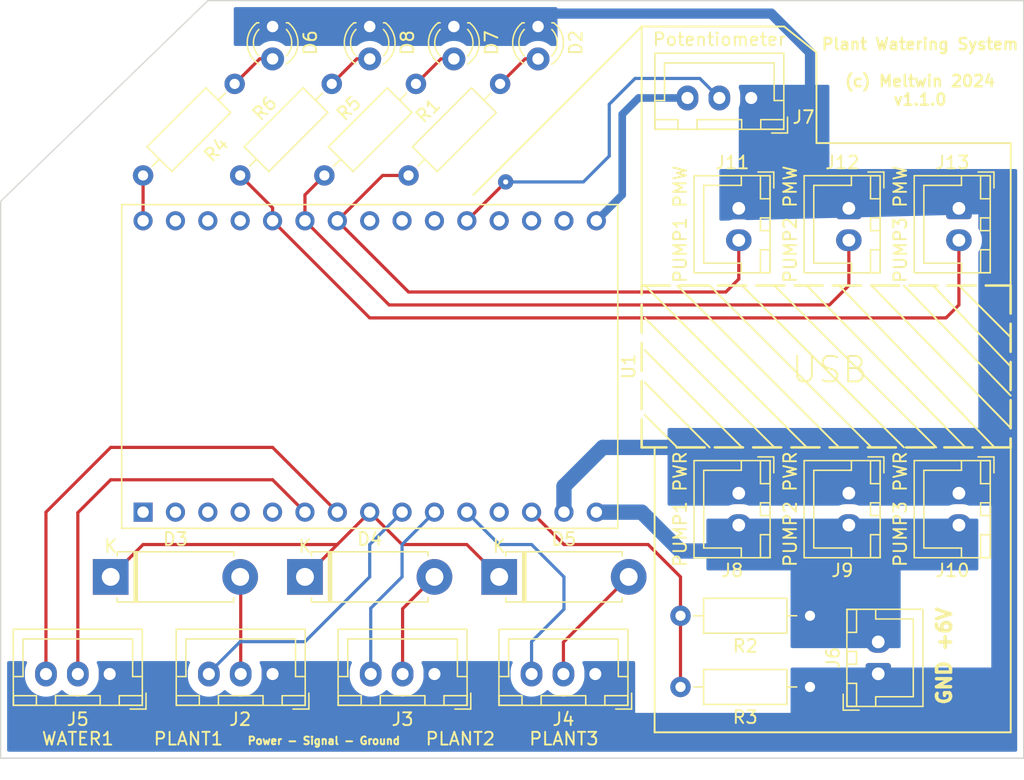
<source format=kicad_pcb>
(kicad_pcb (version 20240108) (generator "pcbnew") (generator_version "8.0")
  (layers (0 "F.Cu" signal) (31 "B.Cu" signal) (34 "B.Paste" user) (35 "F.Paste" user) (36 "B.SilkS" user "B.Silkscreen") (37 "F.SilkS" user "F.Silkscreen") (38 "B.Mask" user) (39 "F.Mask" user) (44 "Edge.Cuts" user))
  (net 0 "")
  (net 1 "Net-(D2-A)")
  (net 2 "GND")
  (net 3 "/PLANT1_SIG")
  (net 4 "Net-(D3-K)")
  (net 5 "/PLANT2_SIG")
  (net 6 "/PLANT3_SIG")
  (net 7 "Net-(D6-A)")
  (net 8 "/PLANT1_ENB")
  (net 9 "/PLANT2_ENB")
  (net 10 "/PLANT3_ENB")
  (net 11 "/WATER_LEVEL_SIG")
  (net 12 "/WATER_LEVEL_ENB")
  (net 13 "+6V")
  (net 14 "/MANUAL_PWM")
  (net 15 "+3V3")
  (net 16 "/PUMP1_PWM")
  (net 17 "/BAT_LVL_3V")
  (net 18 "/STATUS")
  (net 32 "Net-(D7-A)")
  (net 33 "Net-(D8-A)")
  (net 34 "/PUMP2_PWM")
  (net 35 "/PUMP3_PWM")
  (footprint "LED_THT:LED_D3.0mm" (layer "F.Cu") (at 35.56 15.24 -90)
    (property "Reference" "D6" (at 1.27 -2.96 90) (layer "F.SilkS"))
    (property "Value" "LED")
    (pad "1" thru_hole rect (at 0 0 270) (size 1.8 1.8) (drill 0.9) (layers "*.Cu" "*.Mask") (net 2 "GND"))
    (pad "2" thru_hole circle (at 2.54 0 270) (size 1.8 1.8) (drill 0.9) (layers "*.Cu" "*.Mask") (net 7 "Net-(D6-A)"))
  )
  (footprint "Resistor_THT:R_Axial_DIN0207_L6.3mm_D2.5mm_P10.16mm_Horizontal" (layer "F.Cu") (at 77.724 61.468 180)
    (property "Reference" "R2" (at 5.08 -2.37 0) (layer "F.SilkS"))
    (property "Value" "R_Battery")
    (pad "1" thru_hole circle (at 0 0 180) (size 1.6 1.6) (drill 0.8) (layers "*.Cu" "*.Mask") (net 13 "+6V"))
    (pad "2" thru_hole oval (at 10.16 0 180) (size 1.6 1.6) (drill 0.8) (layers "*.Cu" "*.Mask") (net 17 "/BAT_LVL_3V"))
  )
  (footprint "Resistor_THT:R_Axial_DIN0207_L6.3mm_D2.5mm_P10.16mm_Horizontal" (layer "F.Cu") (at 39.624 26.924 45)
    (property "Reference" "R5" (at 5.08 -2.370001 45) (layer "F.SilkS"))
    (property "Value" "220Ω")
    (pad "1" thru_hole circle (at 0 0 45) (size 1.6 1.6) (drill 0.8) (layers "*.Cu" "*.Mask") (net 34 "/PUMP2_PWM"))
    (pad "2" thru_hole oval (at 10.16 0 45) (size 1.6 1.6) (drill 0.8) (layers "*.Cu" "*.Mask") (net 32 "Net-(D7-A)"))
  )
  (footprint "Meltwin:ESP32-C3-DevKitM-1" (layer "F.Cu") (at 25.4 53.34 90)
    (property "Reference" "U1" (at 11.43 38.1 90) (layer "F.SilkS"))
    (property "Value" "ESP32-WROOM-32")
    (pad "3V3" thru_hole circle (at 22.86 35.56 90) (size 1.5 1.5) (drill 0.9) (layers "*.Cu" "*.Mask") (net 15 "+3V3"))
    (pad "D2" thru_hole circle (at 22.86 27.94 90) (size 1.5 1.5) (drill 0.9) (layers "*.Cu" "*.Mask"))
    (pad "D4" thru_hole circle (at 22.86 25.4 90) (size 1.5 1.5) (drill 0.9) (layers "*.Cu" "*.Mask") (net 14 "/MANUAL_PWM"))
    (pad "D5" thru_hole circle (at 22.86 17.78 90) (size 1.5 1.5) (drill 0.9) (layers "*.Cu" "*.Mask"))
    (pad "D12" thru_hole circle (at 0 27.94 90) (size 1.5 1.5) (drill 0.9) (layers "*.Cu" "*.Mask"))
    (pad "D13" thru_hole circle (at 0 30.48 90) (size 1.5 1.5) (drill 0.9) (layers "*.Cu" "*.Mask") (net 17 "/BAT_LVL_3V"))
    (pad "D14" thru_hole circle (at 0 25.4 90) (size 1.5 1.5) (drill 0.9) (layers "*.Cu" "*.Mask") (net 10 "/PLANT3_ENB"))
    (pad "D15" thru_hole circle (at 22.86 30.48 90) (size 1.5 1.5) (drill 0.9) (layers "*.Cu" "*.Mask"))
    (pad "D18" thru_hole circle (at 22.86 15.24 90) (size 1.5 1.5) (drill 0.9) (layers "*.Cu" "*.Mask") (net 16 "/PUMP1_PWM"))
    (pad "D19" thru_hole circle (at 22.86 12.7 90) (size 1.5 1.5) (drill 0.9) (layers "*.Cu" "*.Mask") (net 34 "/PUMP2_PWM"))
    (pad "D21" thru_hole circle (at 22.86 10.16 90) (size 1.5 1.5) (drill 0.9) (layers "*.Cu" "*.Mask") (net 35 "/PUMP3_PWM"))
    (pad "D22" thru_hole circle (at 22.86 2.54 90) (size 1.5 1.5) (drill 0.9) (layers "*.Cu" "*.Mask"))
    (pad "D23" thru_hole circle (at 22.86 0 90) (size 1.5 1.5) (drill 0.9) (layers "*.Cu" "*.Mask") (net 18 "/STATUS"))
    (pad "D25" thru_hole circle (at 0 17.78 90) (size 1.5 1.5) (drill 0.9) (layers "*.Cu" "*.Mask") (net 4 "Net-(D3-K)"))
    (pad "D26" thru_hole circle (at 0 20.32 90) (size 1.5 1.5) (drill 0.9) (layers "*.Cu" "*.Mask") (net 8 "/PLANT1_ENB"))
    (pad "D27" thru_hole circle (at 0 22.86 90) (size 1.5 1.5) (drill 0.9) (layers "*.Cu" "*.Mask") (net 9 "/PLANT2_ENB"))
    (pad "D32" thru_hole circle (at 0 12.7 90) (size 1.5 1.5) (drill 0.9) (layers "*.Cu" "*.Mask") (net 11 "/WATER_LEVEL_SIG"))
    (pad "D33" thru_hole circle (at 0 15.24 90) (size 1.5 1.5) (drill 0.9) (layers "*.Cu" "*.Mask") (net 12 "/WATER_LEVEL_ENB"))
    (pad "D34" thru_hole circle (at 0 7.62 90) (size 1.5 1.5) (drill 0.9) (layers "*.Cu" "*.Mask"))
    (pad "D35" thru_hole circle (at 0 10.16 90) (size 1.5 1.5) (drill 0.9) (layers "*.Cu" "*.Mask"))
    (pad "EN" thru_hole rect (at 0 0 90) (size 1.5 1.5) (drill 0.9) (layers "*.Cu" "*.Mask"))
    (pad "GND" thru_hole circle (at 0 33.02 90) (size 1.5 1.5) (drill 0.9) (layers "*.Cu" "*.Mask") (net 2 "GND"))
    (pad "GND2" thru_hole circle (at 22.86 33.02 90) (size 1.5 1.5) (drill 0.9) (layers "*.Cu" "*.Mask"))
    (pad "RX0" thru_hole circle (at 22.86 7.62 90) (size 1.5 1.5) (drill 0.9) (layers "*.Cu" "*.Mask"))
    (pad "RX2" thru_hole circle (at 22.86 22.86 90) (size 1.5 1.5) (drill 0.9) (layers "*.Cu" "*.Mask"))
    (pad "TX0" thru_hole circle (at 22.86 5.08 90) (size 1.5 1.5) (drill 0.9) (layers "*.Cu" "*.Mask"))
    (pad "TX2" thru_hole circle (at 22.86 20.32 90) (size 1.5 1.5) (drill 0.9) (layers "*.Cu" "*.Mask"))
    (pad "VIN" thru_hole circle (at 0 35.56 90) (size 1.5 1.5) (drill 0.9) (layers "*.Cu" "*.Mask") (net 13 "+6V"))
    (pad "VN" thru_hole circle (at 0 5.08 90) (size 1.5 1.5) (drill 0.9) (layers "*.Cu" "*.Mask"))
    (pad "VP" thru_hole circle (at 0 2.54 90) (size 1.5 1.5) (drill 0.9) (layers "*.Cu" "*.Mask"))
  )
  (footprint "Resistor_THT:R_Axial_DIN0207_L6.3mm_D2.5mm_P10.16mm_Horizontal" (layer "F.Cu") (at 25.4 26.924 45)
    (property "Reference" "R4" (at 5.491967 2.623622 45) (layer "F.SilkS"))
    (property "Value" "220Ω")
    (pad "1" thru_hole circle (at 0 0 45) (size 1.6 1.6) (drill 0.8) (layers "*.Cu" "*.Mask") (net 18 "/STATUS"))
    (pad "2" thru_hole oval (at 10.16 0 45) (size 1.6 1.6) (drill 0.8) (layers "*.Cu" "*.Mask") (net 7 "Net-(D6-A)"))
  )
  (footprint "Resistor_THT:R_Axial_DIN0207_L6.3mm_D2.5mm_P10.16mm_Horizontal" (layer "F.Cu") (at 33.02 26.924 45)
    (property "Reference" "R6" (at 5.08 -2.370001 45) (layer "F.SilkS"))
    (property "Value" "220Ω")
    (pad "1" thru_hole circle (at 0 0 45) (size 1.6 1.6) (drill 0.8) (layers "*.Cu" "*.Mask") (net 35 "/PUMP3_PWM"))
    (pad "2" thru_hole oval (at 10.16 0 45) (size 1.6 1.6) (drill 0.8) (layers "*.Cu" "*.Mask") (net 33 "Net-(D8-A)"))
  )
  (footprint "Connector_JST:JST_XH_B3B-XH-A_1x03_P2.50mm_Vertical" (layer "F.Cu") (at 73.112 20.845 180)
    (property "Reference" "J7" (at -4.104 -1.507 0) (layer "F.SilkS"))
    (property "Value" "Potentiometer" (at 2.5 4.6 0) (layer "F.SilkS"))
    (pad "1" thru_hole roundrect (at 0 0 180) (size 1.7 1.95) (drill 0.95) (layers "*.Cu" "*.Mask") (roundrect_rratio 0.147059) (net 2 "GND"))
    (pad "2" thru_hole oval (at 2.5 0 180) (size 1.7 1.95) (drill 0.95) (layers "*.Cu" "*.Mask") (net 14 "/MANUAL_PWM"))
    (pad "3" thru_hole oval (at 5 0 180) (size 1.7 1.95) (drill 0.95) (layers "*.Cu" "*.Mask") (net 15 "+3V3"))
  )
  (footprint "Resistor_THT:R_Axial_DIN0207_L6.3mm_D2.5mm_P10.16mm_Horizontal" (layer "F.Cu") (at 77.724 67.056 180)
    (property "Reference" "R3" (at 5.08 -2.37 0) (layer "F.SilkS"))
    (property "Value" "R_battery")
    (pad "1" thru_hole circle (at 0 0 180) (size 1.6 1.6) (drill 0.8) (layers "*.Cu" "*.Mask") (net 2 "GND"))
    (pad "2" thru_hole oval (at 10.16 0 180) (size 1.6 1.6) (drill 0.8) (layers "*.Cu" "*.Mask") (net 17 "/BAT_LVL_3V"))
  )
  (footprint "Connector_JST:JST_XH_B3B-XH-A_1x03_P2.50mm_Vertical" (layer "F.Cu") (at 22.78 66.04 180)
    (property "Reference" "J5" (at 2.5 -3.55 0) (layer "F.SilkS"))
    (property "Value" "WATER1" (at 2.5 -5.08 0) (layer "F.SilkS"))
    (pad "1" thru_hole roundrect (at 0 0 180) (size 1.7 1.95) (drill 0.95) (layers "*.Cu" "*.Mask") (roundrect_rratio 0.147059) (net 2 "GND"))
    (pad "2" thru_hole oval (at 2.5 0 180) (size 1.7 1.95) (drill 0.95) (layers "*.Cu" "*.Mask") (net 11 "/WATER_LEVEL_SIG"))
    (pad "3" thru_hole oval (at 5 0 180) (size 1.7 1.95) (drill 0.95) (layers "*.Cu" "*.Mask") (net 12 "/WATER_LEVEL_ENB"))
  )
  (footprint "Connector_JST:JST_XH_B2B-XH-A_1x02_P2.50mm_Vertical" (layer "F.Cu") (at 80.772 51.856 -90)
    (property "Reference" "J9" (at 6.056 0.508 180) (layer "F.SilkS"))
    (property "Value" "PUMP2 PWR" (at 1.25 4.6 90) (layer "F.SilkS"))
    (pad "1" thru_hole roundrect (at 0 0 270) (size 1.7 2) (drill 1) (layers "*.Cu" "*.Mask") (roundrect_rratio 0.147059) (net 2 "GND"))
    (pad "2" thru_hole oval (at 2.5 0 270) (size 1.7 2) (drill 1) (layers "*.Cu" "*.Mask") (net 13 "+6V"))
  )
  (footprint "Connector_JST:JST_XH_B2B-XH-A_1x02_P2.50mm_Vertical" (layer "F.Cu") (at 89.408 51.856 -90)
    (property "Reference" "J10" (at 6.056 0.508 180) (layer "F.SilkS"))
    (property "Value" "PUMP3 PWR" (at 1.25 4.6 90) (layer "F.SilkS"))
    (pad "1" thru_hole roundrect (at 0 0 270) (size 1.7 2) (drill 1) (layers "*.Cu" "*.Mask") (roundrect_rratio 0.147059) (net 2 "GND"))
    (pad "2" thru_hole oval (at 2.5 0 270) (size 1.7 2) (drill 1) (layers "*.Cu" "*.Mask") (net 13 "+6V"))
  )
  (footprint "Diode_THT:D_5W_P10.16mm_Horizontal" (layer "F.Cu") (at 22.86 58.42)
    (property "Reference" "D3" (at 5.08 -2.970001 0) (layer "F.SilkS"))
    (property "Value" "D")
    (fp_text user "K" (at 0 -2.4 0) (layer "F.SilkS"))
    (pad "1" thru_hole rect (at 0 0) (size 2.8 2.8) (drill 1.4) (layers "*.Cu" "*.Mask") (net 4 "Net-(D3-K)"))
    (pad "2" thru_hole oval (at 10.16 0) (size 2.8 2.8) (drill 1.4) (layers "*.Cu" "*.Mask") (net 3 "/PLANT1_SIG"))
  )
  (footprint "Connector_JST:JST_XH_B3B-XH-A_1x03_P2.50mm_Vertical" (layer "F.Cu") (at 35.56 66.04 180)
    (property "Reference" "J2" (at 2.54 -3.55 0) (layer "F.SilkS"))
    (property "Value" "PLANT1" (at 6.604 -5.08 0) (layer "F.SilkS"))
    (pad "1" thru_hole roundrect (at 0 0 180) (size 1.7 1.95) (drill 0.95) (layers "*.Cu" "*.Mask") (roundrect_rratio 0.147059) (net 2 "GND"))
    (pad "2" thru_hole oval (at 2.5 0 180) (size 1.7 1.95) (drill 0.95) (layers "*.Cu" "*.Mask") (net 3 "/PLANT1_SIG"))
    (pad "3" thru_hole oval (at 5 0 180) (size 1.7 1.95) (drill 0.95) (layers "*.Cu" "*.Mask") (net 8 "/PLANT1_ENB"))
  )
  (footprint "Connector_JST:JST_XH_B3B-XH-A_1x03_P2.50mm_Vertical" (layer "F.Cu") (at 60.88 66.04 180)
    (property "Reference" "J4" (at 2.5 -3.55 0) (layer "F.SilkS"))
    (property "Value" "PLANT3" (at 2.46 -5.08 0) (layer "F.SilkS"))
    (pad "1" thru_hole roundrect (at 0 0 180) (size 1.7 1.95) (drill 0.95) (layers "*.Cu" "*.Mask") (roundrect_rratio 0.147059) (net 2 "GND"))
    (pad "2" thru_hole oval (at 2.5 0 180) (size 1.7 1.95) (drill 0.95) (layers "*.Cu" "*.Mask") (net 6 "/PLANT3_SIG"))
    (pad "3" thru_hole oval (at 5 0 180) (size 1.7 1.95) (drill 0.95) (layers "*.Cu" "*.Mask") (net 10 "/PLANT3_ENB"))
  )
  (footprint "Connector_JST:JST_XH_B2B-XH-A_1x02_P2.50mm_Vertical" (layer "F.Cu") (at 89.408 29.504 -90)
    (property "Reference" "J13" (at -3.596 0.508 180) (layer "F.SilkS"))
    (property "Value" "PUMP3 PMW" (at 1.25 4.6 90) (layer "F.SilkS"))
    (pad "1" thru_hole roundrect (at 0 0 270) (size 1.7 2) (drill 1) (layers "*.Cu" "*.Mask") (roundrect_rratio 0.147059) (net 2 "GND"))
    (pad "2" thru_hole oval (at 2.5 0 270) (size 1.7 2) (drill 1) (layers "*.Cu" "*.Mask") (net 35 "/PUMP3_PWM"))
  )
  (footprint "LED_THT:LED_D3.0mm" (layer "F.Cu") (at 56.388 15.24 -90)
    (property "Reference" "D2" (at 1.27 -2.96 90) (layer "F.SilkS"))
    (property "Value" "LED")
    (pad "1" thru_hole rect (at 0 0 270) (size 1.8 1.8) (drill 0.9) (layers "*.Cu" "*.Mask") (net 2 "GND"))
    (pad "2" thru_hole circle (at 2.54 0 270) (size 1.8 1.8) (drill 0.9) (layers "*.Cu" "*.Mask") (net 1 "Net-(D2-A)"))
  )
  (footprint "LED_THT:LED_D3.0mm" (layer "F.Cu") (at 49.784 15.24 -90)
    (property "Reference" "D7" (at 1.27 -2.96 90) (layer "F.SilkS"))
    (property "Value" "LED")
    (pad "1" thru_hole rect (at 0 0 270) (size 1.8 1.8) (drill 0.9) (layers "*.Cu" "*.Mask") (net 2 "GND"))
    (pad "2" thru_hole circle (at 2.54 0 270) (size 1.8 1.8) (drill 0.9) (layers "*.Cu" "*.Mask") (net 32 "Net-(D7-A)"))
  )
  (footprint "Diode_THT:D_5W_P10.16mm_Horizontal" (layer "F.Cu") (at 53.34 58.42)
    (property "Reference" "D5" (at 5.08 -2.970001 0) (layer "F.SilkS"))
    (property "Value" "D")
    (fp_text user "K" (at 0 -2.4 0) (layer "F.SilkS"))
    (pad "1" thru_hole rect (at 0 0) (size 2.8 2.8) (drill 1.4) (layers "*.Cu" "*.Mask") (net 4 "Net-(D3-K)"))
    (pad "2" thru_hole oval (at 10.16 0) (size 2.8 2.8) (drill 1.4) (layers "*.Cu" "*.Mask") (net 6 "/PLANT3_SIG"))
  )
  (footprint "Connector_JST:JST_XH_B2B-XH-A_1x02_P2.50mm_Vertical" (layer "F.Cu") (at 72.136 51.856 -90)
    (property "Reference" "J8" (at 6.056 0.508 180) (layer "F.SilkS"))
    (property "Value" "PUMP1 PWR" (at 1.25 4.6 90) (layer "F.SilkS"))
    (pad "1" thru_hole roundrect (at 0 0 270) (size 1.7 2) (drill 1) (layers "*.Cu" "*.Mask") (roundrect_rratio 0.147059) (net 2 "GND"))
    (pad "2" thru_hole oval (at 2.5 0 270) (size 1.7 2) (drill 1) (layers "*.Cu" "*.Mask") (net 13 "+6V"))
  )
  (footprint "Connector_JST:JST_XH_B2B-XH-A_1x02_P2.50mm_Vertical" (layer "F.Cu") (at 83.078 66.023 90)
    (property "Reference" "J6" (at 1.25 -3.55 90) (layer "F.SilkS"))
    (property "Value" "4xLR6 1.5V Battery Pack")
    (pad "1" thru_hole roundrect (at 0 0 90) (size 1.7 2) (drill 1) (layers "*.Cu" "*.Mask") (roundrect_rratio 0.147059) (net 2 "GND"))
    (pad "2" thru_hole oval (at 2.5 0 90) (size 1.7 2) (drill 1) (layers "*.Cu" "*.Mask") (net 13 "+6V"))
  )
  (footprint "Diode_THT:D_5W_P10.16mm_Horizontal" (layer "F.Cu") (at 38.1 58.42)
    (property "Reference" "D4" (at 5.08 -2.970001 0) (layer "F.SilkS"))
    (property "Value" "D")
    (fp_text user "K" (at 0 -2.4 0) (layer "F.SilkS"))
    (pad "1" thru_hole rect (at 0 0) (size 2.8 2.8) (drill 1.4) (layers "*.Cu" "*.Mask") (net 4 "Net-(D3-K)"))
    (pad "2" thru_hole oval (at 10.16 0) (size 2.8 2.8) (drill 1.4) (layers "*.Cu" "*.Mask") (net 5 "/PLANT2_SIG"))
  )
  (footprint "Connector_JST:JST_XH_B2B-XH-A_1x02_P2.50mm_Vertical" (layer "F.Cu") (at 72.136 29.504 -90)
    (property "Reference" "J11" (at -3.596 0.508 180) (layer "F.SilkS"))
    (property "Value" "PUMP1 PMW" (at 1.25 4.6 90) (layer "F.SilkS"))
    (pad "1" thru_hole roundrect (at 0 0 270) (size 1.7 2) (drill 1) (layers "*.Cu" "*.Mask") (roundrect_rratio 0.147059) (net 2 "GND"))
    (pad "2" thru_hole oval (at 2.5 0 270) (size 1.7 2) (drill 1) (layers "*.Cu" "*.Mask") (net 16 "/PUMP1_PWM"))
  )
  (footprint "Connector_JST:JST_XH_B3B-XH-A_1x03_P2.50mm_Vertical" (layer "F.Cu") (at 48.26 66.04 180)
    (property "Reference" "J3" (at 2.5 -3.55 0) (layer "F.SilkS"))
    (property "Value" "PLANT2" (at -2.032 -5.08 0) (layer "F.SilkS"))
    (pad "1" thru_hole roundrect (at 0 0 180) (size 1.7 1.95) (drill 0.95) (layers "*.Cu" "*.Mask") (roundrect_rratio 0.147059) (net 2 "GND"))
    (pad "2" thru_hole oval (at 2.5 0 180) (size 1.7 1.95) (drill 0.95) (layers "*.Cu" "*.Mask") (net 5 "/PLANT2_SIG"))
    (pad "3" thru_hole oval (at 5 0 180) (size 1.7 1.95) (drill 0.95) (layers "*.Cu" "*.Mask") (net 9 "/PLANT2_ENB"))
  )
  (footprint "LED_THT:LED_D3.0mm" (layer "F.Cu") (at 43.18 15.24 -90)
    (property "Reference" "D8" (at 1.27 -2.96 90) (layer "F.SilkS"))
    (property "Value" "LED")
    (pad "1" thru_hole rect (at 0 0 270) (size 1.8 1.8) (drill 0.9) (layers "*.Cu" "*.Mask") (net 2 "GND"))
    (pad "2" thru_hole circle (at 2.54 0 270) (size 1.8 1.8) (drill 0.9) (layers "*.Cu" "*.Mask") (net 33 "Net-(D8-A)"))
  )
  (footprint "Connector_JST:JST_XH_B2B-XH-A_1x02_P2.50mm_Vertical" (layer "F.Cu") (at 80.772 29.504 -90)
    (property "Reference" "J12" (at -3.596 0.508 180) (layer "F.SilkS"))
    (property "Value" "PUMP2 PMW" (at 1.25 4.6 90) (layer "F.SilkS"))
    (pad "1" thru_hole roundrect (at 0 0 270) (size 1.7 2) (drill 1) (layers "*.Cu" "*.Mask") (roundrect_rratio 0.147059) (net 2 "GND"))
    (pad "2" thru_hole oval (at 2.5 0 270) (size 1.7 2) (drill 1) (layers "*.Cu" "*.Mask") (net 34 "/PUMP2_PWM"))
  )
  (footprint "Resistor_THT:R_Axial_DIN0207_L6.3mm_D2.5mm_P10.16mm_Horizontal" (layer "F.Cu") (at 46.228 26.924 45)
    (property "Reference" "R1" (at 4.669733 -2.514472 45) (layer "F.SilkS"))
    (property "Value" "220Ω")
    (pad "1" thru_hole circle (at 0 0 45) (size 1.6 1.6) (drill 0.8) (layers "*.Cu" "*.Mask") (net 16 "/PUMP1_PWM"))
    (pad "2" thru_hole oval (at 10.16 0 45) (size 1.6 1.6) (drill 0.8) (layers "*.Cu" "*.Mask") (net 1 "Net-(D2-A)"))
  )
  (gr_line (start 89.408 35.56) (end 93.472 39.624) (stroke (width 0.15)) (layer "F.SilkS"))
  (gr_line (start 75.692 15.24) (end 64.516 15.24) (stroke (width 0.15)) (layer "F.SilkS"))
  (gr_line (start 64.77 40.64) (end 72.39 48.26) (stroke (width 0.15)) (layer "F.SilkS"))
  (gr_line (start 65.532 70.612) (end 65.532 48.26) (stroke (width 0.15)) (layer "F.SilkS"))
  (gr_line (start 78.232 24.384) (end 78.232 17.272) (stroke (width 0.15)) (layer "F.SilkS"))
  (gr_line (start 64.77 38.1) (end 74.93 48.26) (stroke (width 0.15)) (layer "F.SilkS"))
  (gr_line (start 80.01 35.56) (end 92.202 48.26) (stroke (width 0.15)) (layer "F.SilkS"))
  (gr_line (start 78.232 17.272) (end 75.692 15.24) (stroke (width 0.15)) (layer "F.SilkS"))
  (gr_rect (start 64.516 35.56) (end 93.464205 48.26) (stroke (width 0.2) (type dash)) (fill none) (layer "F.SilkS"))
  (gr_line (start 72.39 35.56) (end 85.09 48.26) (stroke (width 0.15)) (layer "F.SilkS"))
  (gr_line (start 87.376 35.56) (end 93.464205 41.91) (stroke (width 0.15)) (layer "F.SilkS"))
  (gr_line (start 93.464205 35.56) (end 93.472 24.384) (stroke (width 0.15)) (layer "F.SilkS"))
  (gr_line (start 64.77 43.18) (end 69.85 48.26) (stroke (width 0.15)) (layer "F.SilkS"))
  (gr_line (start 64.77 45.72) (end 67.31 48.26) (stroke (width 0.15)) (layer "F.SilkS"))
  (gr_line (start 64.77 35.56) (end 77.47 48.26) (stroke (width 0.15)) (layer "F.SilkS"))
  (gr_line (start 77.47 35.56) (end 89.916 48.26) (stroke (width 0.15)) (layer "F.SilkS"))
  (gr_line (start 93.472 24.384) (end 78.232 24.384) (stroke (width 0.15)) (layer "F.SilkS"))
  (gr_line (start 82.55 35.56) (end 93.472 46.736) (stroke (width 0.15)) (layer "F.SilkS"))
  (gr_line (start 64.516 15.24) (end 64.516 35.56) (stroke (width 0.15)) (layer "F.SilkS"))
  (gr_line (start 51.308 28.448) (end 64.516 15.24) (stroke (width 0.15)) (layer "F.SilkS"))
  (gr_line (start 85.09 35.56) (end 93.472 44.196) (stroke (width 0.15)) (layer "F.SilkS"))
  (gr_line (start 69.85 35.56) (end 82.55 48.26) (stroke (width 0.15)) (layer "F.SilkS"))
  (gr_line (start 93.472 70.612) (end 93.472 48.26) (stroke (width 0.15)) (layer "F.SilkS"))
  (gr_line (start 67.31 35.56) (end 80.01 48.26) (stroke (width 0.15)) (layer "F.SilkS"))
  (gr_line (start 74.93 35.56) (end 87.63 48.26) (stroke (width 0.15)) (layer "F.SilkS"))
  (gr_line (start 65.532 70.612) (end 93.472 70.612) (stroke (width 0.15)) (layer "F.SilkS"))
  (gr_line (start 94.488 13.208) (end 94.488 72.644) (stroke (width 0.1)) (layer "Edge.Cuts"))
  (gr_line (start 14.224 72.644) (end 14.224 28.956) (stroke (width 0.1)) (layer "Edge.Cuts"))
  (gr_line (start 30.48 13.208) (end 94.488 13.208) (stroke (width 0.1)) (layer "Edge.Cuts"))
  (gr_line (start 94.488 72.644) (end 14.224 72.644) (stroke (width 0.1)) (layer "Edge.Cuts"))
  (gr_line (start 14.224 28.956) (end 30.48 13.208) (stroke (width 0.1)) (layer "Edge.Cuts"))
  (gr_text "Power - Signal - Ground" (at 33.528 71.628 0) (layer "F.SilkS") (effects (font (size 0.6 0.6) (thickness 0.15) (bold yes)) (justify left bottom)))
  (gr_text "USB" (at 79.248 42.164 0) (layer "F.SilkS") (effects (font (size 2 2))))
  (gr_text "GND +6V" (at 88.9 68.58 90) (layer "F.SilkS") (effects (font (size 1.1 1.1) (thickness 0.275) (bold yes)) (justify left bottom)))
  (gr_text "Plant Watering System\n\n(c) Meltwin 2024\nv1.1.0" (at 86.36 18.796 0) (layer "F.SilkS") (effects (font (size 0.9 0.9) (thickness 0.1875) (bold yes))))
  (segment (start 53.412205 19.739795) (end 55.372 17.78) (width 0.25) (layer "F.Cu") (net 1))
  (segment (start 55.372 17.78) (end 56.388 17.78) (width 0.25) (layer "F.Cu") (net 1))
  (segment (start 61.468 48.26) (end 67.564 48.26) (width 1.2) (layer "B.Cu") (net 2))
  (segment (start 77.724 17.272) (end 77.724 20.828) (width 0.8) (layer "B.Cu") (net 2))
  (segment (start 58.42 51.308) (end 61.468 48.26) (width 1.2) (layer "B.Cu") (net 2))
  (segment (start 74.676 14.224) (end 77.724 17.272) (width 0.8) (layer "B.Cu") (net 2))
  (segment (start 35.6 66.12) (end 35.6 66.95159) (width 0.25) (layer "B.Cu") (net 2))
  (segment (start 58.42 53.34) (end 58.42 51.308) (width 1.2) (layer "B.Cu") (net 2))
  (segment (start 56.896 14.224) (end 74.676 14.224) (width 0.8) (layer "B.Cu") (net 2))
  (segment (start 33.06 66.04) (end 33.06 58.46) (width 0.25) (layer "F.Cu") (net 3))
  (segment (start 33.06 58.46) (end 33.02 58.42) (width 0.25) (layer "F.Cu") (net 3))
  (segment (start 25.4 55.88) (end 40.64 55.88) (width 0.25) (layer "F.Cu") (net 4))
  (segment (start 43.18 53.34) (end 45.72 55.88) (width 0.25) (layer "F.Cu") (net 4))
  (segment (start 40.64 55.88) (end 43.18 53.34) (width 0.25) (layer "F.Cu") (net 4))
  (segment (start 38.1 58.42) (end 40.64 55.88) (width 0.25) (layer "F.Cu") (net 4))
  (segment (start 50.8 55.88) (end 53.34 58.42) (width 0.25) (layer "F.Cu") (net 4))
  (segment (start 22.86 58.42) (end 25.4 55.88) (width 0.25) (layer "F.Cu") (net 4))
  (segment (start 45.72 55.88) (end 50.8 55.88) (width 0.25) (layer "F.Cu") (net 4))
  (segment (start 45.76 60.92) (end 48.26 58.42) (width 0.25) (layer "F.Cu") (net 5))
  (segment (start 45.76 66.04) (end 45.76 60.92) (width 0.25) (layer "F.Cu") (net 5))
  (segment (start 58.38 66.04) (end 58.38 63.54) (width 0.25) (layer "F.Cu") (net 6))
  (segment (start 58.38 63.54) (end 63.5 58.42) (width 0.25) (layer "F.Cu") (net 6))
  (segment (start 34.544 17.78) (end 35.56 17.78) (width 0.25) (layer "F.Cu") (net 7))
  (segment (start 32.584205 19.739795) (end 34.544 17.78) (width 0.25) (layer "F.Cu") (net 7))
  (segment (start 30.56 65.96) (end 30.56 66.04) (width 0.25) (layer "F.Cu") (net 8))
  (segment (start 30.56 65.96) (end 30.56 66.04) (width 0.25) (layer "B.Cu") (net 8))
  (segment (start 45.72 53.34) (end 43.18 55.88) (width 0.25) (layer "B.Cu") (net 8))
  (segment (start 43.18 58.42) (end 38.1 63.5) (width 0.25) (layer "B.Cu") (net 8))
  (segment (start 33.02 63.5) (end 30.56 65.96) (width 0.25) (layer "B.Cu") (net 8))
  (segment (start 43.18 55.88) (end 43.18 58.42) (width 0.25) (layer "B.Cu") (net 8))
  (segment (start 38.1 63.5) (end 33.02 63.5) (width 0.25) (layer "B.Cu") (net 8))
  (segment (start 45.72 55.88) (end 45.72 58.42) (width 0.25) (layer "B.Cu") (net 9))
  (segment (start 43.26 60.88) (end 43.26 66.04) (width 0.25) (layer "B.Cu") (net 9))
  (segment (start 48.26 53.34) (end 45.72 55.88) (width 0.25) (layer "B.Cu") (net 9))
  (segment (start 45.72 58.42) (end 43.26 60.88) (width 0.25) (layer "B.Cu") (net 9))
  (segment (start 50.8 53.34) (end 53.34 55.88) (width 0.25) (layer "B.Cu") (net 10))
  (segment (start 58.42 60.96) (end 55.88 63.5) (width 0.25) (layer "B.Cu") (net 10))
  (segment (start 55.88 55.88) (end 58.42 58.42) (width 0.25) (layer "B.Cu") (net 10))
  (segment (start 58.42 58.42) (end 58.42 60.96) (width 0.25) (layer "B.Cu") (net 10))
  (segment (start 55.88 63.5) (end 55.88 66.04) (width 0.25) (layer "B.Cu") (net 10))
  (segment (start 53.34 55.88) (end 55.88 55.88) (width 0.25) (layer "B.Cu") (net 10))
  (segment (start 35.56 50.8) (end 22.86 50.8) (width 0.25) (layer "F.Cu") (net 11))
  (segment (start 22.86 50.8) (end 20.28 53.38) (width 0.25) (layer "F.Cu") (net 11))
  (segment (start 38.1 53.34) (end 35.56 50.8) (width 0.25) (layer "F.Cu") (net 11))
  (segment (start 20.28 53.38) (end 20.28 66.04) (width 0.25) (layer "F.Cu") (net 11))
  (segment (start 40.64 53.34) (end 35.56 48.26) (width 0.25) (layer "F.Cu") (net 12))
  (segment (start 22.86 48.26) (end 17.78 53.34) (width 0.25) (layer "F.Cu") (net 12))
  (segment (start 17.78 53.34) (end 17.78 66.04) (width 0.25) (layer "F.Cu") (net 12))
  (segment (start 35.56 48.26) (end 22.86 48.26) (width 0.25) (layer "F.Cu") (net 12))
  (segment (start 67.564 56.388) (end 70.612 56.388) (width 1.2) (layer "B.Cu") (net 13))
  (segment (start 60.96 53.34) (end 64.516 53.34) (width 1.2) (layer "B.Cu") (net 13))
  (segment (start 64.516 53.34) (end 67.564 56.388) (width 1.2) (layer "B.Cu") (net 13))
  (segment (start 53.848 27.432) (end 50.8 30.48) (width 0.25) (layer "F.Cu") (net 14))
  (via (at 53.848 27.432) (size 1.2) (drill 0.4) (layers "F.Cu" "B.Cu") (net 14))
  (segment (start 69.080351 19.313351) (end 70.612 20.845) (width 0.25) (layer "B.Cu") (net 14))
  (segment (start 61.976 25.4) (end 61.976 21.336) (width 0.25) (layer "B.Cu") (net 14))
  (segment (start 53.848 27.432) (end 59.944 27.432) (width 0.25) (layer "B.Cu") (net 14))
  (segment (start 59.944 27.432) (end 61.976 25.4) (width 0.25) (layer "B.Cu") (net 14))
  (segment (start 61.976 21.336) (end 63.998649 19.313351) (width 0.25) (layer "B.Cu") (net 14))
  (segment (start 63.998649 19.313351) (end 69.080351 19.313351) (width 0.25) (layer "B.Cu") (net 14))
  (segment (start 68.112 20.845) (end 64.2735 20.845) (width 0.6) (layer "B.Cu") (net 15))
  (segment (start 64.2735 20.845) (end 62.992 22.1265) (width 0.6) (layer "B.Cu") (net 15))
  (segment (start 62.992 22.1265) (end 62.992 28.448) (width 0.6) (layer "B.Cu") (net 15))
  (segment (start 62.992 28.448) (end 60.96 30.48) (width 0.6) (layer "B.Cu") (net 15))
  (segment (start 40.64 30.48) (end 46.228 36.068) (width 0.25) (layer "F.Cu") (net 16))
  (segment (start 44.196 26.924) (end 46.228 26.924) (width 0.25) (layer "F.Cu") (net 16))
  (segment (start 72.136 35.052) (end 72.136 32.004) (width 0.25) (layer "F.Cu") (net 16))
  (segment (start 46.228 36.068) (end 71.12 36.068) (width 0.25) (layer "F.Cu") (net 16))
  (segment (start 40.64 30.48) (end 44.196 26.924) (width 0.25) (layer "F.Cu") (net 16))
  (segment (start 71.12 36.068) (end 72.136 35.052) (width 0.25) (layer "F.Cu") (net 16))
  (segment (start 67.564 61.468) (end 67.564 58.42) (width 0.25) (layer "F.Cu") (net 17))
  (segment (start 67.564 61.468) (end 67.564 67.056) (width 0.25) (layer "F.Cu") (net 17))
  (segment (start 58.42 55.88) (end 55.88 53.34) (width 0.25) (layer "F.Cu") (net 17))
  (segment (start 67.564 58.42) (end 65.024 55.88) (width 0.25) (layer "F.Cu") (net 17))
  (segment (start 65.024 55.88) (end 58.42 55.88) (width 0.25) (layer "F.Cu") (net 17))
  (segment (start 25.4 26.924) (end 25.4 30.48) (width 0.25) (layer "F.Cu") (net 18))
  (segment (start 48.768 17.78) (end 49.784 17.78) (width 0.25) (layer "F.Cu") (net 32))
  (segment (start 46.808205 19.739795) (end 48.768 17.78) (width 0.25) (layer "F.Cu") (net 32))
  (segment (start 42.164 17.78) (end 43.18 17.78) (width 0.25) (layer "F.Cu") (net 33))
  (segment (start 40.204205 19.739795) (end 42.164 17.78) (width 0.25) (layer "F.Cu") (net 33))
  (segment (start 38.1 28.448) (end 39.624 26.924) (width 0.25) (layer "F.Cu") (net 34))
  (segment (start 44.704 37.084) (end 38.1 30.48) (width 0.25) (layer "F.Cu") (net 34))
  (segment (start 80.772 35.56) (end 79.248 37.084) (width 0.25) (layer "F.Cu") (net 34))
  (segment (start 38.1 30.48) (end 38.1 28.448) (width 0.25) (layer "F.Cu") (net 34))
  (segment (start 80.772 32.004) (end 80.772 35.56) (width 0.25) (layer "F.Cu") (net 34))
  (segment (start 79.248 37.084) (end 44.704 37.084) (width 0.25) (layer "F.Cu") (net 34))
  (segment (start 43.18 38.1) (end 88.392 38.1) (width 0.25) (layer "F.Cu") (net 35))
  (segment (start 35.56 29.464) (end 33.02 26.924) (width 0.25) (layer "F.Cu") (net 35))
  (segment (start 35.56 30.48) (end 43.18 38.1) (width 0.25) (layer "F.Cu") (net 35))
  (segment (start 35.56 30.48) (end 35.56 29.464) (width 0.25) (layer "F.Cu") (net 35))
  (segment (start 88.392 38.1) (end 89.408 37.084) (width 0.25) (layer "F.Cu") (net 35))
  (segment (start 89.408 37.084) (end 89.408 32.004) (width 0.25) (layer "F.Cu") (net 35))
  (zone (net 2) (net_name "GND") (layer "B.Cu") (connect_pads yes (clearance 0.508)) (min_thickness 0.25) (fill yes (thermal_gap 0.5) (thermal_bridge_width 0.5) (smoothing chamfer))
    (polygon (pts (xy 32.512 13.716) (xy 57.912 13.716) (xy 57.912 16.764) (xy 32.512 16.764)))
  )
  (zone (net 13) (net_name "+6V") (layer "B.Cu") (priority 2) (connect_pads yes (clearance 0.508)) (min_thickness 0.25) (fill yes (thermal_gap 0.5) (thermal_bridge_width 0.5))
    (polygon (pts (xy 69.596 53.848) (xy 69.596 57.912) (xy 76.2 57.912) (xy 76.2 64.008) (xy 84.836 64.008) (xy 84.836 57.912) (xy 90.932 57.912) (xy 90.932 53.848)))
  )
  (zone (net 2) (net_name "GND") (layer "B.Cu") (priority 1) (connect_pads yes (clearance 0.8)) (min_thickness 0.25) (fill yes (thermal_gap 0.5) (thermal_bridge_width 0.5) (smoothing chamfer))
    (polygon (pts (xy 93.98 52.832) (xy 93.98 72.136) (xy 91.948 72.136) (xy 14.732 72.136) (xy 14.732 65.024) (xy 64.008 65.024) (xy 64.008 69.088) (xy 76.2 69.088) (xy 76.2 65.532) (xy 91.948 65.532) (xy 91.948 52.832) (xy 66.548 52.832) (xy 66.548 48.26) (xy 66.548 46.736) (xy 90.932 46.736) (xy 90.932 29.972) (xy 70.612 30.48) (xy 70.612 26.416) (xy 72.136 26.416) (xy 72.136 19.812) (xy 79.248 19.812) (xy 79.248 26.416) (xy 93.98 26.416) (xy 93.98 38.608)))
  )
)
</source>
